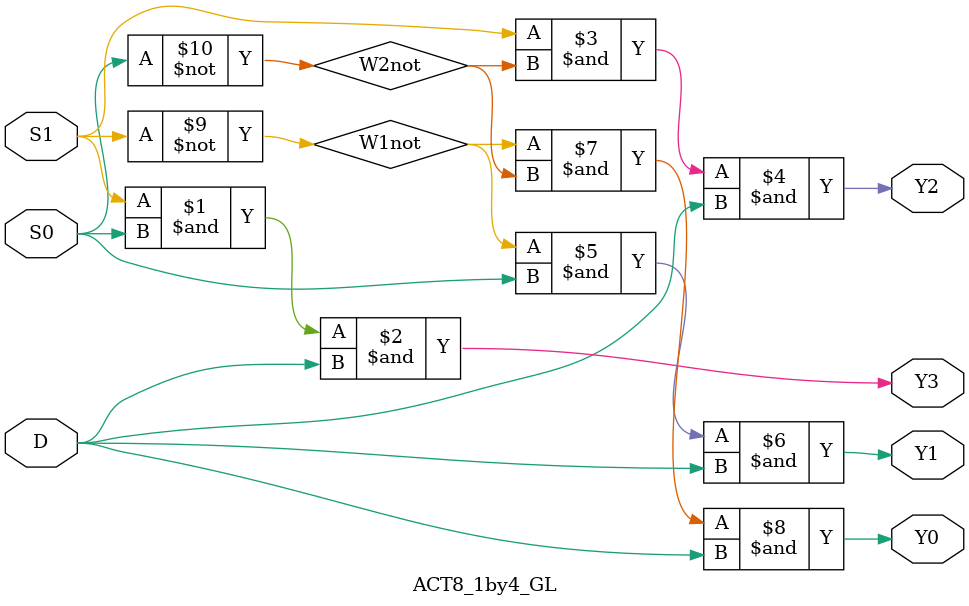
<source format=v>
module ACT8_1by4_GL (output Y0, Y1, Y2, Y3, input S1, S0, D);
wire W1not, W2not;

and a3(Y3, S1, S0, D);
not n1(W1not, S1);
not n2(W2not, S0);
and a2(Y2, S1, W2not, D);
and a1(Y1, W1not, S0, D);
and a0(Y0, W1not, W2not, D);

endmodule
</source>
